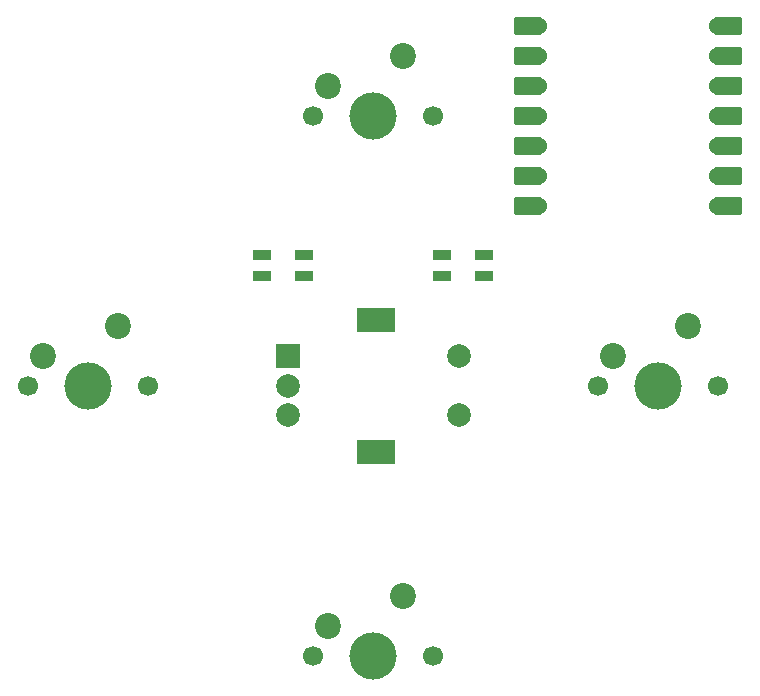
<source format=gbr>
%TF.GenerationSoftware,KiCad,Pcbnew,9.0.5*%
%TF.CreationDate,2025-11-19T17:56:50+08:00*%
%TF.ProjectId,Hackpad Project,4861636b-7061-4642-9050-726f6a656374,rev?*%
%TF.SameCoordinates,Original*%
%TF.FileFunction,Soldermask,Top*%
%TF.FilePolarity,Negative*%
%FSLAX46Y46*%
G04 Gerber Fmt 4.6, Leading zero omitted, Abs format (unit mm)*
G04 Created by KiCad (PCBNEW 9.0.5) date 2025-11-19 17:56:50*
%MOMM*%
%LPD*%
G01*
G04 APERTURE LIST*
G04 Aperture macros list*
%AMRoundRect*
0 Rectangle with rounded corners*
0 $1 Rounding radius*
0 $2 $3 $4 $5 $6 $7 $8 $9 X,Y pos of 4 corners*
0 Add a 4 corners polygon primitive as box body*
4,1,4,$2,$3,$4,$5,$6,$7,$8,$9,$2,$3,0*
0 Add four circle primitives for the rounded corners*
1,1,$1+$1,$2,$3*
1,1,$1+$1,$4,$5*
1,1,$1+$1,$6,$7*
1,1,$1+$1,$8,$9*
0 Add four rect primitives between the rounded corners*
20,1,$1+$1,$2,$3,$4,$5,0*
20,1,$1+$1,$4,$5,$6,$7,0*
20,1,$1+$1,$6,$7,$8,$9,0*
20,1,$1+$1,$8,$9,$2,$3,0*%
G04 Aperture macros list end*
%ADD10RoundRect,0.152400X1.063600X0.609600X-1.063600X0.609600X-1.063600X-0.609600X1.063600X-0.609600X0*%
%ADD11C,1.524000*%
%ADD12RoundRect,0.152400X-1.063600X-0.609600X1.063600X-0.609600X1.063600X0.609600X-1.063600X0.609600X0*%
%ADD13C,1.700000*%
%ADD14C,4.000000*%
%ADD15C,2.200000*%
%ADD16R,2.000000X2.000000*%
%ADD17C,2.000000*%
%ADD18R,3.200000X2.000000*%
%ADD19R,1.600000X0.850000*%
G04 APERTURE END LIST*
D10*
%TO.C,U1*%
X122355000Y-54610000D03*
D11*
X123190000Y-54610000D03*
D10*
X122355000Y-57150000D03*
D11*
X123190000Y-57150000D03*
D10*
X122355000Y-59690000D03*
D11*
X123190000Y-59690000D03*
D10*
X122355000Y-62230000D03*
D11*
X123190000Y-62230000D03*
D10*
X122355000Y-64770000D03*
D11*
X123190000Y-64770000D03*
D10*
X122355000Y-67310000D03*
D11*
X123190000Y-67310000D03*
D10*
X122355000Y-69850000D03*
D11*
X123190000Y-69850000D03*
X138430000Y-69850000D03*
D12*
X139265000Y-69850000D03*
D11*
X138430000Y-67310000D03*
D12*
X139265000Y-67310000D03*
D11*
X138430000Y-64770000D03*
D12*
X139265000Y-64770000D03*
D11*
X138430000Y-62230000D03*
D12*
X139265000Y-62230000D03*
D11*
X138430000Y-59690000D03*
D12*
X139265000Y-59690000D03*
D11*
X138430000Y-57150000D03*
D12*
X139265000Y-57150000D03*
D11*
X138430000Y-54610000D03*
D12*
X139265000Y-54610000D03*
%TD*%
D13*
%TO.C,SW2*%
X128270000Y-85090000D03*
D14*
X133350000Y-85090000D03*
D13*
X138430000Y-85090000D03*
D15*
X135890000Y-80010000D03*
X129540000Y-82550000D03*
%TD*%
D16*
%TO.C,SW5*%
X101970000Y-82590000D03*
D17*
X101970000Y-87590000D03*
X101970000Y-85090000D03*
D18*
X109470000Y-79490000D03*
X109470000Y-90690000D03*
D17*
X116470000Y-87590000D03*
X116470000Y-82590000D03*
%TD*%
D13*
%TO.C,SW4*%
X80010000Y-85090000D03*
D14*
X85090000Y-85090000D03*
D13*
X90170000Y-85090000D03*
D15*
X87630000Y-80010000D03*
X81280000Y-82550000D03*
%TD*%
D13*
%TO.C,SW1*%
X104140000Y-62230000D03*
D14*
X109220000Y-62230000D03*
D13*
X114300000Y-62230000D03*
D15*
X111760000Y-57150000D03*
X105410000Y-59690000D03*
%TD*%
D13*
%TO.C,SW3*%
X104140000Y-107950000D03*
D14*
X109220000Y-107950000D03*
D13*
X114300000Y-107950000D03*
D15*
X111760000Y-102870000D03*
X105410000Y-105410000D03*
%TD*%
D19*
%TO.C,D2*%
X115090000Y-74055000D03*
X115090000Y-75805000D03*
X118590000Y-75805000D03*
X118590000Y-74055000D03*
%TD*%
%TO.C,D1*%
X99850000Y-74055000D03*
X99850000Y-75805000D03*
X103350000Y-75805000D03*
X103350000Y-74055000D03*
%TD*%
M02*

</source>
